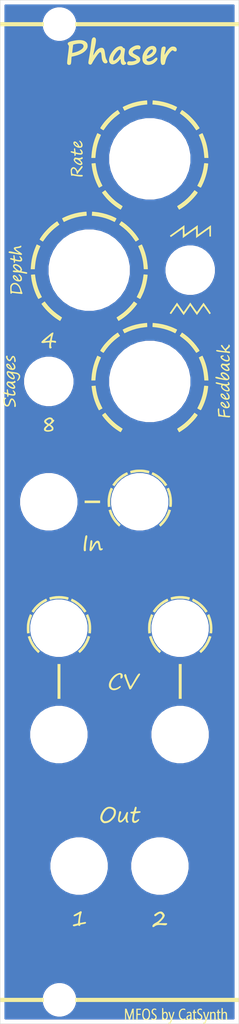
<source format=kicad_pcb>
(kicad_pcb (version 20171130) (host pcbnew "(5.1.10)-1")
  (layers (0 F.Cu signal) (31 B.Cu signal) (34 B.Paste user) (35 F.Paste user) (36 B.SilkS user) (37 F.SilkS user) (38 B.Mask user) (39 F.Mask user) (44 Edge.Cuts user))
  (net 0 "")
  (module Front:Bohrung_6.2mm (layer F.Cu) (at 20.08 108.7)
    (fp_text reference "" (at 0 0) (layer F.SilkS) (effects (font (size 1.27 1.27))))
    (fp_text value "" (at 0 0) (layer F.SilkS) (effects (font (size 1.27 1.27))))
    (pad "" np_thru_hole circle (at 0 0) (size 6.2 6.2) (drill 6.2) (layers *.Cu *.Mask))
  )
  (module Front:Bohrung_6.2mm (layer F.Cu) (at 9.92 108.7)
    (fp_text reference "" (at 0 0) (layer F.SilkS) (effects (font (size 1.27 1.27))))
    (fp_text value "" (at 0 0) (layer F.SilkS) (effects (font (size 1.27 1.27))))
    (pad "" np_thru_hole circle (at 0 0) (size 6.2 6.2) (drill 6.2) (layers *.Cu *.Mask))
  )
  (module Front:Bohrung_6.2mm (layer F.Cu) (at 22.62 92.19)
    (fp_text reference "" (at 0 0) (layer F.SilkS) (effects (font (size 1.27 1.27))))
    (fp_text value "" (at 0 0) (layer F.SilkS) (effects (font (size 1.27 1.27))))
    (pad "" np_thru_hole circle (at 0 0) (size 6.2 6.2) (drill 6.2) (layers *.Cu *.Mask))
  )
  (module Front:Bohrung_6.2mm (layer F.Cu) (at 7.38 92.19)
    (fp_text reference "" (at 0 0) (layer F.SilkS) (effects (font (size 1.27 1.27))))
    (fp_text value "" (at 0 0) (layer F.SilkS) (effects (font (size 1.27 1.27))))
    (pad "" np_thru_hole circle (at 0 0) (size 6.2 6.2) (drill 6.2) (layers *.Cu *.Mask))
  )
  (module Front:Bohrung_6.2mm (layer F.Cu) (at 22.62 78.84)
    (fp_text reference "" (at 0 0) (layer F.SilkS) (effects (font (size 1.27 1.27))))
    (fp_text value "" (at 0 0) (layer F.SilkS) (effects (font (size 1.27 1.27))))
    (pad "" np_thru_hole circle (at 0 0) (size 6.2 6.2) (drill 6.2) (layers *.Cu *.Mask))
  )
  (module Front:Bohrung_6.2mm (layer F.Cu) (at 7.38 78.84)
    (fp_text reference "" (at 0 0) (layer F.SilkS) (effects (font (size 1.27 1.27))))
    (fp_text value "" (at 0 0) (layer F.SilkS) (effects (font (size 1.27 1.27))))
    (pad "" np_thru_hole circle (at 0 0) (size 6.2 6.2) (drill 6.2) (layers *.Cu *.Mask))
  )
  (module Front:Bohrung_6.2mm (layer F.Cu) (at 17.54 62.97)
    (fp_text reference "" (at 0 0) (layer F.SilkS) (effects (font (size 1.27 1.27))))
    (fp_text value "" (at 0 0) (layer F.SilkS) (effects (font (size 1.27 1.27))))
    (pad "" np_thru_hole circle (at 0 0) (size 6.2 6.2) (drill 6.2) (layers *.Cu *.Mask))
  )
  (module Front:Bohrung_6.2mm (layer F.Cu) (at 6.11 62.97)
    (fp_text reference "" (at 0 0) (layer F.SilkS) (effects (font (size 1.27 1.27))))
    (fp_text value "" (at 0 0) (layer F.SilkS) (effects (font (size 1.27 1.27))))
    (pad "" np_thru_hole circle (at 0 0) (size 6.2 6.2) (drill 6.2) (layers *.Cu *.Mask))
  )
  (module Front:Bohrung_5.2mm (layer F.Cu) (at 23.89 33.89)
    (fp_text reference "" (at 0 0) (layer F.SilkS) (effects (font (size 1.27 1.27))))
    (fp_text value "" (at 0 0) (layer F.SilkS) (effects (font (size 1.27 1.27))))
    (pad "" np_thru_hole circle (at 0 0) (size 5.2 5.2) (drill 5.2) (layers *.Cu *.Mask))
  )
  (module Front:Bohrung_5.2mm (layer F.Cu) (at 6.11 47.86)
    (fp_text reference "" (at 0 0) (layer F.SilkS) (effects (font (size 1.27 1.27))))
    (fp_text value "" (at 0 0) (layer F.SilkS) (effects (font (size 1.27 1.27))))
    (pad "" np_thru_hole circle (at 0 0) (size 5.2 5.2) (drill 5.2) (layers *.Cu *.Mask))
  )
  (module Front:Bohrung_9.2mm (layer F.Cu) (at 18.81 47.86)
    (fp_text reference "" (at 0 0) (layer F.SilkS) (effects (font (size 1.27 1.27))))
    (fp_text value "" (at 0 0) (layer F.SilkS) (effects (font (size 1.27 1.27))))
    (pad "" np_thru_hole circle (at 0 0) (size 9.2 9.2) (drill 9.2) (layers *.Cu *.Mask))
  )
  (module Front:Bohrung_9.2mm (layer F.Cu) (at 11.19 33.89)
    (fp_text reference "" (at 0 0) (layer F.SilkS) (effects (font (size 1.27 1.27))))
    (fp_text value "" (at 0 0) (layer F.SilkS) (effects (font (size 1.27 1.27))))
    (pad "" np_thru_hole circle (at 0 0) (size 9.2 9.2) (drill 9.2) (layers *.Cu *.Mask))
  )
  (module Front:Bohrung_9.2mm (layer F.Cu) (at 18.81 19.92)
    (fp_text reference "" (at 0 0) (layer F.SilkS) (effects (font (size 1.27 1.27))))
    (fp_text value "" (at 0 0) (layer F.SilkS) (effects (font (size 1.27 1.27))))
    (pad "" np_thru_hole circle (at 0 0) (size 9.2 9.2) (drill 9.2) (layers *.Cu *.Mask))
  )
  (module Front:Bohrung_3.2mm (layer F.Cu) (at 7.45 125.5)
    (fp_text reference "" (at 0 0) (layer F.SilkS) (effects (font (size 1.27 1.27))))
    (fp_text value "" (at 0 0) (layer F.SilkS) (effects (font (size 1.27 1.27))))
    (pad "" np_thru_hole circle (at 0 0) (size 3.2 3.2) (drill 3.2) (layers *.Cu *.Mask))
  )
  (module Front:Bohrung_3.2mm (layer F.Cu) (at 7.45 3)
    (fp_text reference "" (at 0 0) (layer F.SilkS) (effects (font (size 1.27 1.27))))
    (fp_text value "" (at 0 0) (layer F.SilkS) (effects (font (size 1.27 1.27))))
    (pad "" np_thru_hole circle (at 0 0) (size 3.2 3.2) (drill 3.2) (layers *.Cu *.Mask))
  )
  (module Front:Front (layer F.Cu) (at 15 64.25)
    (fp_text reference G*** hide)
    (fp_text value LOGO hide)
  )
  (gr_line (start 0 128.5) (end 0 0) (layer Edge.Cuts) (width 0.05))
  (gr_line (start 30 128.5) (end 0 128.5) (layer Edge.Cuts) (width 0.05))
  (gr_line (start 30 0) (end 30 128.5) (layer Edge.Cuts) (width 0.05))
  (gr_line (start 0 0) (end 30 0) (layer Edge.Cuts) (width 0.05))
  (zone (net 0) (net_name "") (layer F.Cu) (connect_pads (clearance 0.508)) (min_thickness 0.254) (fill yes (arc_segments 32) (thermal_gap 0.508) (thermal_bridge_width 0.508))
    (polygon (pts (xy 30 128.5) (xy 0 128.5) (xy 0 0) (xy 30 0)))
  )
  (zone (net 0) (net_name "") (layer B.Cu) (connect_pads (clearance 0.508)) (min_thickness 0.254) (fill yes (arc_segments 32) (thermal_gap 0.508) (thermal_bridge_width 0.508))
    (polygon (pts (xy 30 128.5) (xy 0 128.5) (xy 0 0) (xy 30 0)))
  )
)
</source>
